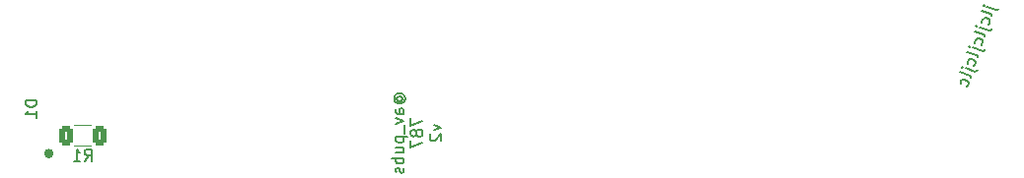
<source format=gbr>
G04 #@! TF.GenerationSoftware,KiCad,Pcbnew,(6.99.0-2452-gdb4f2d9dd8)*
G04 #@! TF.CreationDate,2022-07-29T14:25:34-05:00*
G04 #@! TF.ProjectId,787,3738372e-6b69-4636-9164-5f7063625858,rev?*
G04 #@! TF.SameCoordinates,Original*
G04 #@! TF.FileFunction,Legend,Bot*
G04 #@! TF.FilePolarity,Positive*
%FSLAX46Y46*%
G04 Gerber Fmt 4.6, Leading zero omitted, Abs format (unit mm)*
G04 Created by KiCad (PCBNEW (6.99.0-2452-gdb4f2d9dd8)) date 2022-07-29 14:25:34*
%MOMM*%
%LPD*%
G01*
G04 APERTURE LIST*
G04 Aperture macros list*
%AMRoundRect*
0 Rectangle with rounded corners*
0 $1 Rounding radius*
0 $2 $3 $4 $5 $6 $7 $8 $9 X,Y pos of 4 corners*
0 Add a 4 corners polygon primitive as box body*
4,1,4,$2,$3,$4,$5,$6,$7,$8,$9,$2,$3,0*
0 Add four circle primitives for the rounded corners*
1,1,$1+$1,$2,$3*
1,1,$1+$1,$4,$5*
1,1,$1+$1,$6,$7*
1,1,$1+$1,$8,$9*
0 Add four rect primitives between the rounded corners*
20,1,$1+$1,$2,$3,$4,$5,0*
20,1,$1+$1,$4,$5,$6,$7,0*
20,1,$1+$1,$6,$7,$8,$9,0*
20,1,$1+$1,$8,$9,$2,$3,0*%
%AMHorizOval*
0 Thick line with rounded ends*
0 $1 width*
0 $2 $3 position (X,Y) of the first rounded end (center of the circle)*
0 $4 $5 position (X,Y) of the second rounded end (center of the circle)*
0 Add line between two ends*
20,1,$1,$2,$3,$4,$5,0*
0 Add two circle primitives to create the rounded ends*
1,1,$1,$2,$3*
1,1,$1,$4,$5*%
%AMRotRect*
0 Rectangle, with rotation*
0 The origin of the aperture is its center*
0 $1 length*
0 $2 width*
0 $3 Rotation angle, in degrees counterclockwise*
0 Add horizontal line*
21,1,$1,$2,0,0,$3*%
G04 Aperture macros list end*
%ADD10C,0.150000*%
%ADD11C,0.120000*%
%ADD12C,0.400000*%
%ADD13C,1.600000*%
%ADD14RotRect,1.700000X1.700000X145.000000*%
%ADD15HorizOval,1.700000X0.000000X0.000000X0.000000X0.000000X0*%
%ADD16RotRect,1.700000X1.700000X215.000000*%
%ADD17HorizOval,1.700000X0.000000X0.000000X0.000000X0.000000X0*%
%ADD18R,1.700000X1.700000*%
%ADD19O,1.700000X1.700000*%
%ADD20RoundRect,0.250000X-0.312500X-0.625000X0.312500X-0.625000X0.312500X0.625000X-0.312500X0.625000X0*%
%ADD21R,1.400000X2.600000*%
G04 APERTURE END LIST*
D10*
X80566190Y-111838094D02*
X80518571Y-111790475D01*
X80518571Y-111790475D02*
X80470952Y-111695237D01*
X80470952Y-111695237D02*
X80470952Y-111599999D01*
X80470952Y-111599999D02*
X80518571Y-111504761D01*
X80518571Y-111504761D02*
X80566190Y-111457142D01*
X80566190Y-111457142D02*
X80661428Y-111409523D01*
X80661428Y-111409523D02*
X80756666Y-111409523D01*
X80756666Y-111409523D02*
X80851904Y-111457142D01*
X80851904Y-111457142D02*
X80899523Y-111504761D01*
X80899523Y-111504761D02*
X80947142Y-111599999D01*
X80947142Y-111599999D02*
X80947142Y-111695237D01*
X80947142Y-111695237D02*
X80899523Y-111790475D01*
X80899523Y-111790475D02*
X80851904Y-111838094D01*
X80470952Y-111838094D02*
X80851904Y-111838094D01*
X80851904Y-111838094D02*
X80899523Y-111885713D01*
X80899523Y-111885713D02*
X80899523Y-111933332D01*
X80899523Y-111933332D02*
X80851904Y-112028571D01*
X80851904Y-112028571D02*
X80756666Y-112076190D01*
X80756666Y-112076190D02*
X80518571Y-112076190D01*
X80518571Y-112076190D02*
X80375714Y-111980952D01*
X80375714Y-111980952D02*
X80280476Y-111838094D01*
X80280476Y-111838094D02*
X80232857Y-111647618D01*
X80232857Y-111647618D02*
X80280476Y-111457142D01*
X80280476Y-111457142D02*
X80375714Y-111314285D01*
X80375714Y-111314285D02*
X80518571Y-111219047D01*
X80518571Y-111219047D02*
X80709047Y-111171428D01*
X80709047Y-111171428D02*
X80899523Y-111219047D01*
X80899523Y-111219047D02*
X81042380Y-111314285D01*
X81042380Y-111314285D02*
X81137619Y-111457142D01*
X81137619Y-111457142D02*
X81185238Y-111647618D01*
X81185238Y-111647618D02*
X81137619Y-111838094D01*
X81137619Y-111838094D02*
X81042380Y-111980952D01*
X81042380Y-112933332D02*
X80518571Y-112933332D01*
X80518571Y-112933332D02*
X80423333Y-112885713D01*
X80423333Y-112885713D02*
X80375714Y-112790475D01*
X80375714Y-112790475D02*
X80375714Y-112599999D01*
X80375714Y-112599999D02*
X80423333Y-112504761D01*
X80994761Y-112933332D02*
X81042380Y-112838094D01*
X81042380Y-112838094D02*
X81042380Y-112599999D01*
X81042380Y-112599999D02*
X80994761Y-112504761D01*
X80994761Y-112504761D02*
X80899523Y-112457142D01*
X80899523Y-112457142D02*
X80804285Y-112457142D01*
X80804285Y-112457142D02*
X80709047Y-112504761D01*
X80709047Y-112504761D02*
X80661428Y-112599999D01*
X80661428Y-112599999D02*
X80661428Y-112838094D01*
X80661428Y-112838094D02*
X80613809Y-112933332D01*
X80375714Y-113314285D02*
X81042380Y-113552380D01*
X81042380Y-113552380D02*
X80375714Y-113790475D01*
X81137619Y-113933333D02*
X81137619Y-114695237D01*
X80375714Y-114933333D02*
X81375714Y-114933333D01*
X80423333Y-114933333D02*
X80375714Y-115028571D01*
X80375714Y-115028571D02*
X80375714Y-115219047D01*
X80375714Y-115219047D02*
X80423333Y-115314285D01*
X80423333Y-115314285D02*
X80470952Y-115361904D01*
X80470952Y-115361904D02*
X80566190Y-115409523D01*
X80566190Y-115409523D02*
X80851904Y-115409523D01*
X80851904Y-115409523D02*
X80947142Y-115361904D01*
X80947142Y-115361904D02*
X80994761Y-115314285D01*
X80994761Y-115314285D02*
X81042380Y-115219047D01*
X81042380Y-115219047D02*
X81042380Y-115028571D01*
X81042380Y-115028571D02*
X80994761Y-114933333D01*
X80375714Y-116266666D02*
X81042380Y-116266666D01*
X80375714Y-115838095D02*
X80899523Y-115838095D01*
X80899523Y-115838095D02*
X80994761Y-115885714D01*
X80994761Y-115885714D02*
X81042380Y-115980952D01*
X81042380Y-115980952D02*
X81042380Y-116123809D01*
X81042380Y-116123809D02*
X80994761Y-116219047D01*
X80994761Y-116219047D02*
X80947142Y-116266666D01*
X81042380Y-116742857D02*
X80042380Y-116742857D01*
X80423333Y-116742857D02*
X80375714Y-116838095D01*
X80375714Y-116838095D02*
X80375714Y-117028571D01*
X80375714Y-117028571D02*
X80423333Y-117123809D01*
X80423333Y-117123809D02*
X80470952Y-117171428D01*
X80470952Y-117171428D02*
X80566190Y-117219047D01*
X80566190Y-117219047D02*
X80851904Y-117219047D01*
X80851904Y-117219047D02*
X80947142Y-117171428D01*
X80947142Y-117171428D02*
X80994761Y-117123809D01*
X80994761Y-117123809D02*
X81042380Y-117028571D01*
X81042380Y-117028571D02*
X81042380Y-116838095D01*
X81042380Y-116838095D02*
X80994761Y-116742857D01*
X80994761Y-117600000D02*
X81042380Y-117695238D01*
X81042380Y-117695238D02*
X81042380Y-117885714D01*
X81042380Y-117885714D02*
X80994761Y-117980952D01*
X80994761Y-117980952D02*
X80899523Y-118028571D01*
X80899523Y-118028571D02*
X80851904Y-118028571D01*
X80851904Y-118028571D02*
X80756666Y-117980952D01*
X80756666Y-117980952D02*
X80709047Y-117885714D01*
X80709047Y-117885714D02*
X80709047Y-117742857D01*
X80709047Y-117742857D02*
X80661428Y-117647619D01*
X80661428Y-117647619D02*
X80566190Y-117600000D01*
X80566190Y-117600000D02*
X80518571Y-117600000D01*
X80518571Y-117600000D02*
X80423333Y-117647619D01*
X80423333Y-117647619D02*
X80375714Y-117742857D01*
X80375714Y-117742857D02*
X80375714Y-117885714D01*
X80375714Y-117885714D02*
X80423333Y-117980952D01*
X81662380Y-113314286D02*
X81662380Y-113980952D01*
X81662380Y-113980952D02*
X82662380Y-113552381D01*
X82090952Y-114504762D02*
X82043333Y-114409524D01*
X82043333Y-114409524D02*
X81995714Y-114361905D01*
X81995714Y-114361905D02*
X81900476Y-114314286D01*
X81900476Y-114314286D02*
X81852857Y-114314286D01*
X81852857Y-114314286D02*
X81757619Y-114361905D01*
X81757619Y-114361905D02*
X81710000Y-114409524D01*
X81710000Y-114409524D02*
X81662380Y-114504762D01*
X81662380Y-114504762D02*
X81662380Y-114695238D01*
X81662380Y-114695238D02*
X81710000Y-114790476D01*
X81710000Y-114790476D02*
X81757619Y-114838095D01*
X81757619Y-114838095D02*
X81852857Y-114885714D01*
X81852857Y-114885714D02*
X81900476Y-114885714D01*
X81900476Y-114885714D02*
X81995714Y-114838095D01*
X81995714Y-114838095D02*
X82043333Y-114790476D01*
X82043333Y-114790476D02*
X82090952Y-114695238D01*
X82090952Y-114695238D02*
X82090952Y-114504762D01*
X82090952Y-114504762D02*
X82138571Y-114409524D01*
X82138571Y-114409524D02*
X82186190Y-114361905D01*
X82186190Y-114361905D02*
X82281428Y-114314286D01*
X82281428Y-114314286D02*
X82471904Y-114314286D01*
X82471904Y-114314286D02*
X82567142Y-114361905D01*
X82567142Y-114361905D02*
X82614761Y-114409524D01*
X82614761Y-114409524D02*
X82662380Y-114504762D01*
X82662380Y-114504762D02*
X82662380Y-114695238D01*
X82662380Y-114695238D02*
X82614761Y-114790476D01*
X82614761Y-114790476D02*
X82567142Y-114838095D01*
X82567142Y-114838095D02*
X82471904Y-114885714D01*
X82471904Y-114885714D02*
X82281428Y-114885714D01*
X82281428Y-114885714D02*
X82186190Y-114838095D01*
X82186190Y-114838095D02*
X82138571Y-114790476D01*
X82138571Y-114790476D02*
X82090952Y-114695238D01*
X81662380Y-115219048D02*
X81662380Y-115885714D01*
X81662380Y-115885714D02*
X82662380Y-115457143D01*
X83615714Y-113885714D02*
X84282380Y-114123809D01*
X84282380Y-114123809D02*
X83615714Y-114361904D01*
X83377619Y-114695238D02*
X83330000Y-114742857D01*
X83330000Y-114742857D02*
X83282380Y-114838095D01*
X83282380Y-114838095D02*
X83282380Y-115076190D01*
X83282380Y-115076190D02*
X83330000Y-115171428D01*
X83330000Y-115171428D02*
X83377619Y-115219047D01*
X83377619Y-115219047D02*
X83472857Y-115266666D01*
X83472857Y-115266666D02*
X83568095Y-115266666D01*
X83568095Y-115266666D02*
X83710952Y-115219047D01*
X83710952Y-115219047D02*
X84282380Y-114647619D01*
X84282380Y-114647619D02*
X84282380Y-115266666D01*
X131086375Y-103737228D02*
X131896819Y-104016286D01*
X131896819Y-104016286D02*
X132002372Y-104002268D01*
X132002372Y-104002268D02*
X132078403Y-103927722D01*
X132078403Y-103927722D02*
X132093906Y-103882697D01*
X130771202Y-103628705D02*
X130831730Y-103599184D01*
X130831730Y-103599184D02*
X130861251Y-103659711D01*
X130861251Y-103659711D02*
X130800723Y-103689233D01*
X130800723Y-103689233D02*
X130771202Y-103628705D01*
X130771202Y-103628705D02*
X130861251Y-103659711D01*
X131515178Y-104539594D02*
X131501160Y-104434041D01*
X131501160Y-104434041D02*
X131426614Y-104358010D01*
X131426614Y-104358010D02*
X130616170Y-104078951D01*
X131206598Y-105289511D02*
X131282630Y-105214965D01*
X131282630Y-105214965D02*
X131344643Y-105034866D01*
X131344643Y-105034866D02*
X131330624Y-104929313D01*
X131330624Y-104929313D02*
X131301103Y-104868785D01*
X131301103Y-104868785D02*
X131226557Y-104792754D01*
X131226557Y-104792754D02*
X130956409Y-104699735D01*
X130956409Y-104699735D02*
X130850856Y-104713753D01*
X130850856Y-104713753D02*
X130790328Y-104743274D01*
X130790328Y-104743274D02*
X130714297Y-104817820D01*
X130714297Y-104817820D02*
X130652284Y-104997919D01*
X130652284Y-104997919D02*
X130666302Y-105103472D01*
X130481748Y-105493191D02*
X131292193Y-105772249D01*
X131292193Y-105772249D02*
X131397745Y-105758231D01*
X131397745Y-105758231D02*
X131473776Y-105683685D01*
X131473776Y-105683685D02*
X131489280Y-105638660D01*
X130166575Y-105384668D02*
X130227103Y-105355147D01*
X130227103Y-105355147D02*
X130256625Y-105415675D01*
X130256625Y-105415675D02*
X130196097Y-105445196D01*
X130196097Y-105445196D02*
X130166575Y-105384668D01*
X130166575Y-105384668D02*
X130256625Y-105415675D01*
X130910552Y-106295557D02*
X130896534Y-106190004D01*
X130896534Y-106190004D02*
X130821987Y-106113973D01*
X130821987Y-106113973D02*
X130011543Y-105834915D01*
X130601972Y-107045474D02*
X130678003Y-106970928D01*
X130678003Y-106970928D02*
X130740016Y-106790829D01*
X130740016Y-106790829D02*
X130725998Y-106685276D01*
X130725998Y-106685276D02*
X130696476Y-106624748D01*
X130696476Y-106624748D02*
X130621930Y-106548717D01*
X130621930Y-106548717D02*
X130351782Y-106455698D01*
X130351782Y-106455698D02*
X130246229Y-106469716D01*
X130246229Y-106469716D02*
X130185701Y-106499237D01*
X130185701Y-106499237D02*
X130109670Y-106573784D01*
X130109670Y-106573784D02*
X130047657Y-106753882D01*
X130047657Y-106753882D02*
X130061675Y-106859435D01*
X129877121Y-107249154D02*
X130687566Y-107528213D01*
X130687566Y-107528213D02*
X130793119Y-107514194D01*
X130793119Y-107514194D02*
X130869150Y-107439648D01*
X130869150Y-107439648D02*
X130884653Y-107394623D01*
X129561949Y-107140631D02*
X129622477Y-107111110D01*
X129622477Y-107111110D02*
X129651998Y-107171638D01*
X129651998Y-107171638D02*
X129591470Y-107201159D01*
X129591470Y-107201159D02*
X129561949Y-107140631D01*
X129561949Y-107140631D02*
X129651998Y-107171638D01*
X130305925Y-108051520D02*
X130291907Y-107945967D01*
X130291907Y-107945967D02*
X130217361Y-107869936D01*
X130217361Y-107869936D02*
X129406916Y-107590878D01*
X129997345Y-108801437D02*
X130073376Y-108726891D01*
X130073376Y-108726891D02*
X130135389Y-108546792D01*
X130135389Y-108546792D02*
X130121371Y-108441240D01*
X130121371Y-108441240D02*
X130091850Y-108380712D01*
X130091850Y-108380712D02*
X130017303Y-108304680D01*
X130017303Y-108304680D02*
X129747155Y-108211661D01*
X129747155Y-108211661D02*
X129641603Y-108225679D01*
X129641603Y-108225679D02*
X129581075Y-108255201D01*
X129581075Y-108255201D02*
X129505044Y-108329747D01*
X129505044Y-108329747D02*
X129443031Y-108509846D01*
X129443031Y-108509846D02*
X129457049Y-108615398D01*
X129272495Y-109005117D02*
X130082939Y-109284176D01*
X130082939Y-109284176D02*
X130188492Y-109270158D01*
X130188492Y-109270158D02*
X130264523Y-109195611D01*
X130264523Y-109195611D02*
X130280026Y-109150587D01*
X128957322Y-108896595D02*
X129017850Y-108867073D01*
X129017850Y-108867073D02*
X129047371Y-108927601D01*
X129047371Y-108927601D02*
X128986843Y-108957123D01*
X128986843Y-108957123D02*
X128957322Y-108896595D01*
X128957322Y-108896595D02*
X129047371Y-108927601D01*
X129701299Y-109807483D02*
X129687280Y-109701931D01*
X129687280Y-109701931D02*
X129612734Y-109625900D01*
X129612734Y-109625900D02*
X128802290Y-109346841D01*
X129392719Y-110557400D02*
X129468750Y-110482854D01*
X129468750Y-110482854D02*
X129530763Y-110302755D01*
X129530763Y-110302755D02*
X129516744Y-110197203D01*
X129516744Y-110197203D02*
X129487223Y-110136675D01*
X129487223Y-110136675D02*
X129412677Y-110060644D01*
X129412677Y-110060644D02*
X129142529Y-109967624D01*
X129142529Y-109967624D02*
X129036976Y-109981642D01*
X129036976Y-109981642D02*
X128976448Y-110011164D01*
X128976448Y-110011164D02*
X128900417Y-110085710D01*
X128900417Y-110085710D02*
X128838404Y-110265809D01*
X128838404Y-110265809D02*
X128852422Y-110371361D01*
X53666666Y-116987380D02*
X53999999Y-116511190D01*
X54238094Y-116987380D02*
X54238094Y-115987380D01*
X54238094Y-115987380D02*
X53857142Y-115987380D01*
X53857142Y-115987380D02*
X53761904Y-116035000D01*
X53761904Y-116035000D02*
X53714285Y-116082619D01*
X53714285Y-116082619D02*
X53666666Y-116177857D01*
X53666666Y-116177857D02*
X53666666Y-116320714D01*
X53666666Y-116320714D02*
X53714285Y-116415952D01*
X53714285Y-116415952D02*
X53761904Y-116463571D01*
X53761904Y-116463571D02*
X53857142Y-116511190D01*
X53857142Y-116511190D02*
X54238094Y-116511190D01*
X52714285Y-116987380D02*
X53285713Y-116987380D01*
X52999999Y-116987380D02*
X52999999Y-115987380D01*
X52999999Y-115987380D02*
X53095237Y-116130238D01*
X53095237Y-116130238D02*
X53190475Y-116225476D01*
X53190475Y-116225476D02*
X53285713Y-116273095D01*
X49567380Y-111761905D02*
X48567380Y-111761905D01*
X48567380Y-111761905D02*
X48567380Y-112000000D01*
X48567380Y-112000000D02*
X48615000Y-112142857D01*
X48615000Y-112142857D02*
X48710238Y-112238095D01*
X48710238Y-112238095D02*
X48805476Y-112285714D01*
X48805476Y-112285714D02*
X48995952Y-112333333D01*
X48995952Y-112333333D02*
X49138809Y-112333333D01*
X49138809Y-112333333D02*
X49329285Y-112285714D01*
X49329285Y-112285714D02*
X49424523Y-112238095D01*
X49424523Y-112238095D02*
X49519761Y-112142857D01*
X49519761Y-112142857D02*
X49567380Y-112000000D01*
X49567380Y-112000000D02*
X49567380Y-111761905D01*
X49567380Y-113285714D02*
X49567380Y-112714286D01*
X49567380Y-113000000D02*
X48567380Y-113000000D01*
X48567380Y-113000000D02*
X48710238Y-112904762D01*
X48710238Y-112904762D02*
X48805476Y-112809524D01*
X48805476Y-112809524D02*
X48853095Y-112714286D01*
D11*
X52772936Y-113890000D02*
X54227064Y-113890000D01*
X52772936Y-115710000D02*
X54227064Y-115710000D01*
D12*
X50798240Y-116362100D02*
G75*
G03*
X50798240Y-116362100I-200000J0D01*
G01*
%LPC*%
D13*
X47715240Y-114942140D02*
G75*
G03*
X47715240Y-114942140I-800000J0D01*
G01*
D14*
X91569702Y-85352203D03*
D15*
X93650348Y-86809087D03*
X93026586Y-83271557D03*
X95107232Y-84728441D03*
X94483470Y-81190911D03*
X96564116Y-82647795D03*
D16*
X94416560Y-148280645D03*
D17*
X96497206Y-146823761D03*
X92959676Y-146199999D03*
X95040322Y-144743115D03*
X91502792Y-144119353D03*
X93583438Y-142662468D03*
D18*
X105599999Y-113499999D03*
D19*
X105599999Y-116039999D03*
X108139999Y-113499999D03*
X108139999Y-116039999D03*
X110679999Y-113499999D03*
X110679999Y-116039999D03*
D20*
X52037500Y-114800000D03*
X54962500Y-114800000D03*
D21*
X49499999Y-114799999D03*
X44299999Y-114799999D03*
M02*

</source>
